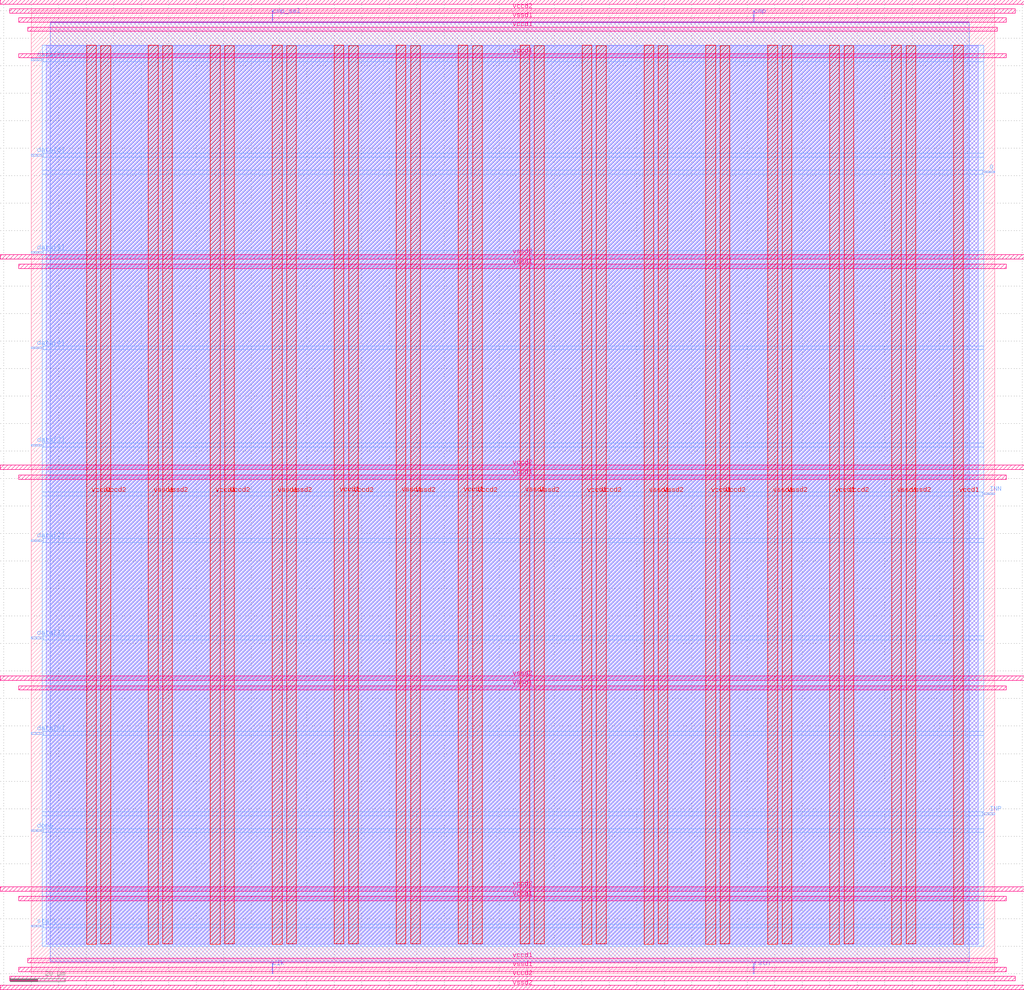
<source format=lef>
VERSION 5.7 ;
  NOWIREEXTENSIONATPIN ON ;
  DIVIDERCHAR "/" ;
  BUSBITCHARS "[]" ;
MACRO ACMP_SAR
  CLASS BLOCK ;
  FOREIGN ACMP_SAR ;
  ORIGIN 0.000 0.000 ;
  SIZE 350.000 BY 350.000 ;
  PIN INN
    DIRECTION INPUT ;
    USE SIGNAL ;
    PORT
      LAYER met3 ;
        RECT 346.000 174.120 350.000 174.720 ;
    END
  END INN
  PIN INP
    DIRECTION INPUT ;
    USE SIGNAL ;
    PORT
      LAYER met3 ;
        RECT 346.000 57.840 350.000 58.440 ;
    END
  END INP
  PIN Q
    DIRECTION OUTPUT TRISTATE ;
    USE SIGNAL ;
    PORT
      LAYER met3 ;
        RECT 346.000 291.080 350.000 291.680 ;
    END
  END Q
  PIN clk
    DIRECTION INPUT ;
    USE SIGNAL ;
    PORT
      LAYER met2 ;
        RECT 87.490 0.000 87.770 4.000 ;
    END
  END clk
  PIN cmp
    DIRECTION INPUT ;
    USE SIGNAL ;
    PORT
      LAYER met2 ;
        RECT 262.290 346.000 262.570 350.000 ;
    END
  END cmp
  PIN cmp_sel
    DIRECTION INPUT ;
    USE SIGNAL ;
    PORT
      LAYER met2 ;
        RECT 87.490 346.000 87.770 350.000 ;
    END
  END cmp_sel
  PIN data[0]
    DIRECTION OUTPUT TRISTATE ;
    USE SIGNAL ;
    PORT
      LAYER met3 ;
        RECT 0.000 87.080 4.000 87.680 ;
    END
  END data[0]
  PIN data[1]
    DIRECTION OUTPUT TRISTATE ;
    USE SIGNAL ;
    PORT
      LAYER met3 ;
        RECT 0.000 121.760 4.000 122.360 ;
    END
  END data[1]
  PIN data[2]
    DIRECTION OUTPUT TRISTATE ;
    USE SIGNAL ;
    PORT
      LAYER met3 ;
        RECT 0.000 157.120 4.000 157.720 ;
    END
  END data[2]
  PIN data[3]
    DIRECTION OUTPUT TRISTATE ;
    USE SIGNAL ;
    PORT
      LAYER met3 ;
        RECT 0.000 191.800 4.000 192.400 ;
    END
  END data[3]
  PIN data[4]
    DIRECTION OUTPUT TRISTATE ;
    USE SIGNAL ;
    PORT
      LAYER met3 ;
        RECT 0.000 227.160 4.000 227.760 ;
    END
  END data[4]
  PIN data[5]
    DIRECTION OUTPUT TRISTATE ;
    USE SIGNAL ;
    PORT
      LAYER met3 ;
        RECT 0.000 261.840 4.000 262.440 ;
    END
  END data[5]
  PIN data[6]
    DIRECTION OUTPUT TRISTATE ;
    USE SIGNAL ;
    PORT
      LAYER met3 ;
        RECT 0.000 297.200 4.000 297.800 ;
    END
  END data[6]
  PIN data[7]
    DIRECTION OUTPUT TRISTATE ;
    USE SIGNAL ;
    PORT
      LAYER met3 ;
        RECT 0.000 331.880 4.000 332.480 ;
    END
  END data[7]
  PIN done
    DIRECTION OUTPUT TRISTATE ;
    USE SIGNAL ;
    PORT
      LAYER met3 ;
        RECT 0.000 51.720 4.000 52.320 ;
    END
  END done
  PIN rstn
    DIRECTION INPUT ;
    USE SIGNAL ;
    PORT
      LAYER met2 ;
        RECT 262.290 0.000 262.570 4.000 ;
    END
  END rstn
  PIN start
    DIRECTION INPUT ;
    USE SIGNAL ;
    PORT
      LAYER met3 ;
        RECT 0.000 17.040 4.000 17.640 ;
    END
  END start
  PIN vccd1
    DIRECTION INOUT ;
    USE POWER ;
    PORT
      LAYER met4 ;
        RECT 335.090 10.640 338.590 337.520 ;
    END
  END vccd1
  PIN vccd1
    DIRECTION INOUT ;
    USE POWER ;
    PORT
      LAYER met4 ;
        RECT 290.090 10.640 293.590 337.520 ;
    END
  END vccd1
  PIN vccd1
    DIRECTION INOUT ;
    USE POWER ;
    PORT
      LAYER met4 ;
        RECT 245.090 10.640 248.590 337.520 ;
    END
  END vccd1
  PIN vccd1
    DIRECTION INOUT ;
    USE POWER ;
    PORT
      LAYER met4 ;
        RECT 200.090 10.640 203.590 337.520 ;
    END
  END vccd1
  PIN vccd1
    DIRECTION INOUT ;
    USE POWER ;
    PORT
      LAYER met4 ;
        RECT 155.090 10.880 158.590 337.520 ;
    END
  END vccd1
  PIN vccd1
    DIRECTION INOUT ;
    USE POWER ;
    PORT
      LAYER met4 ;
        RECT 110.090 10.880 113.590 337.520 ;
    END
  END vccd1
  PIN vccd1
    DIRECTION INOUT ;
    USE POWER ;
    PORT
      LAYER met4 ;
        RECT 65.090 10.640 68.590 337.520 ;
    END
  END vccd1
  PIN vccd1
    DIRECTION INOUT ;
    USE POWER ;
    PORT
      LAYER met4 ;
        RECT 20.090 10.640 23.590 337.520 ;
    END
  END vccd1
  PIN vccd1
    DIRECTION INOUT ;
    USE POWER ;
    PORT
      LAYER met5 ;
        RECT -1.280 342.480 350.880 344.080 ;
    END
  END vccd1
  PIN vccd1
    DIRECTION INOUT ;
    USE POWER ;
    PORT
      LAYER met5 ;
        RECT -4.580 332.850 354.180 334.450 ;
    END
  END vccd1
  PIN vccd1
    DIRECTION INOUT ;
    USE POWER ;
    PORT
      LAYER met5 ;
        RECT -4.580 179.670 354.180 181.270 ;
    END
  END vccd1
  PIN vccd1
    DIRECTION INOUT ;
    USE POWER ;
    PORT
      LAYER met5 ;
        RECT -4.580 26.490 354.180 28.090 ;
    END
  END vccd1
  PIN vccd1
    DIRECTION INOUT ;
    USE POWER ;
    PORT
      LAYER met5 ;
        RECT -1.280 4.080 350.880 5.680 ;
    END
  END vccd1
  PIN vssd1
    DIRECTION INOUT ;
    USE GROUND ;
    PORT
      LAYER met4 ;
        RECT 312.590 10.640 316.090 337.520 ;
    END
  END vssd1
  PIN vssd1
    DIRECTION INOUT ;
    USE GROUND ;
    PORT
      LAYER met4 ;
        RECT 267.590 10.640 271.090 337.520 ;
    END
  END vssd1
  PIN vssd1
    DIRECTION INOUT ;
    USE GROUND ;
    PORT
      LAYER met4 ;
        RECT 222.590 10.640 226.090 337.520 ;
    END
  END vssd1
  PIN vssd1
    DIRECTION INOUT ;
    USE GROUND ;
    PORT
      LAYER met4 ;
        RECT 177.590 10.880 181.090 337.520 ;
    END
  END vssd1
  PIN vssd1
    DIRECTION INOUT ;
    USE GROUND ;
    PORT
      LAYER met4 ;
        RECT 132.590 10.880 136.090 337.520 ;
    END
  END vssd1
  PIN vssd1
    DIRECTION INOUT ;
    USE GROUND ;
    PORT
      LAYER met4 ;
        RECT 87.590 10.640 91.090 337.520 ;
    END
  END vssd1
  PIN vssd1
    DIRECTION INOUT ;
    USE GROUND ;
    PORT
      LAYER met4 ;
        RECT 42.590 10.640 46.090 337.520 ;
    END
  END vssd1
  PIN vssd1
    DIRECTION INOUT ;
    USE GROUND ;
    PORT
      LAYER met5 ;
        RECT -4.580 345.780 354.180 347.380 ;
    END
  END vssd1
  PIN vssd1
    DIRECTION INOUT ;
    USE GROUND ;
    PORT
      LAYER met5 ;
        RECT -4.580 256.260 354.180 257.860 ;
    END
  END vssd1
  PIN vssd1
    DIRECTION INOUT ;
    USE GROUND ;
    PORT
      LAYER met5 ;
        RECT -4.580 103.080 354.180 104.680 ;
    END
  END vssd1
  PIN vssd1
    DIRECTION INOUT ;
    USE GROUND ;
    PORT
      LAYER met5 ;
        RECT -4.580 0.780 354.180 2.380 ;
    END
  END vssd1
  PIN vccd2
    DIRECTION INOUT ;
    USE POWER ;
    PORT
      LAYER met4 ;
        RECT 295.290 10.880 298.790 337.280 ;
    END
  END vccd2
  PIN vccd2
    DIRECTION INOUT ;
    USE POWER ;
    PORT
      LAYER met4 ;
        RECT 250.290 10.880 253.790 337.280 ;
    END
  END vccd2
  PIN vccd2
    DIRECTION INOUT ;
    USE POWER ;
    PORT
      LAYER met4 ;
        RECT 205.290 10.880 208.790 337.280 ;
    END
  END vccd2
  PIN vccd2
    DIRECTION INOUT ;
    USE POWER ;
    PORT
      LAYER met4 ;
        RECT 160.290 10.880 163.790 337.280 ;
    END
  END vccd2
  PIN vccd2
    DIRECTION INOUT ;
    USE POWER ;
    PORT
      LAYER met4 ;
        RECT 115.290 10.880 118.790 337.280 ;
    END
  END vccd2
  PIN vccd2
    DIRECTION INOUT ;
    USE POWER ;
    PORT
      LAYER met4 ;
        RECT 70.290 10.880 73.790 337.280 ;
    END
  END vccd2
  PIN vccd2
    DIRECTION INOUT ;
    USE POWER ;
    PORT
      LAYER met4 ;
        RECT 25.290 10.880 28.790 337.280 ;
    END
  END vccd2
  PIN vccd2
    DIRECTION INOUT ;
    USE POWER ;
    PORT
      LAYER met5 ;
        RECT -7.880 349.080 357.480 350.680 ;
    END
  END vccd2
  PIN vccd2
    DIRECTION INOUT ;
    USE POWER ;
    PORT
      LAYER met5 ;
        RECT -11.180 183.210 360.780 184.810 ;
    END
  END vccd2
  PIN vccd2
    DIRECTION INOUT ;
    USE POWER ;
    PORT
      LAYER met5 ;
        RECT -11.180 30.030 360.780 31.630 ;
    END
  END vccd2
  PIN vccd2
    DIRECTION INOUT ;
    USE POWER ;
    PORT
      LAYER met5 ;
        RECT -7.880 -2.520 357.480 -0.920 ;
    END
  END vccd2
  PIN vssd2
    DIRECTION INOUT ;
    USE GROUND ;
    PORT
      LAYER met4 ;
        RECT 317.790 10.880 321.290 337.280 ;
    END
  END vssd2
  PIN vssd2
    DIRECTION INOUT ;
    USE GROUND ;
    PORT
      LAYER met4 ;
        RECT 272.790 10.880 276.290 337.280 ;
    END
  END vssd2
  PIN vssd2
    DIRECTION INOUT ;
    USE GROUND ;
    PORT
      LAYER met4 ;
        RECT 227.790 10.880 231.290 337.280 ;
    END
  END vssd2
  PIN vssd2
    DIRECTION INOUT ;
    USE GROUND ;
    PORT
      LAYER met4 ;
        RECT 182.790 10.880 186.290 337.280 ;
    END
  END vssd2
  PIN vssd2
    DIRECTION INOUT ;
    USE GROUND ;
    PORT
      LAYER met4 ;
        RECT 137.790 10.880 141.290 337.280 ;
    END
  END vssd2
  PIN vssd2
    DIRECTION INOUT ;
    USE GROUND ;
    PORT
      LAYER met4 ;
        RECT 92.790 10.880 96.290 337.280 ;
    END
  END vssd2
  PIN vssd2
    DIRECTION INOUT ;
    USE GROUND ;
    PORT
      LAYER met4 ;
        RECT 47.790 10.880 51.290 337.280 ;
    END
  END vssd2
  PIN vssd2
    DIRECTION INOUT ;
    USE GROUND ;
    PORT
      LAYER met5 ;
        RECT -11.180 352.380 360.780 353.980 ;
    END
  END vssd2
  PIN vssd2
    DIRECTION INOUT ;
    USE GROUND ;
    PORT
      LAYER met5 ;
        RECT -11.180 259.800 360.780 261.400 ;
    END
  END vssd2
  PIN vssd2
    DIRECTION INOUT ;
    USE GROUND ;
    PORT
      LAYER met5 ;
        RECT -11.180 106.620 360.780 108.220 ;
    END
  END vssd2
  PIN vssd2
    DIRECTION INOUT ;
    USE GROUND ;
    PORT
      LAYER met5 ;
        RECT -11.180 -5.820 360.780 -4.220 ;
    END
  END vssd2
  OBS
      LAYER li1 ;
        RECT 5.520 10.795 344.080 337.365 ;
      LAYER met1 ;
        RECT 5.520 10.640 344.080 337.520 ;
      LAYER met2 ;
        RECT 6.990 345.720 87.210 346.000 ;
        RECT 88.050 345.720 262.010 346.000 ;
        RECT 262.850 345.720 340.770 346.000 ;
        RECT 6.990 4.280 340.770 345.720 ;
        RECT 6.990 4.000 87.210 4.280 ;
        RECT 88.050 4.000 262.010 4.280 ;
        RECT 262.850 4.000 340.770 4.280 ;
      LAYER met3 ;
        RECT 4.000 332.880 346.000 337.445 ;
        RECT 4.400 331.480 346.000 332.880 ;
        RECT 4.000 298.200 346.000 331.480 ;
        RECT 4.400 296.800 346.000 298.200 ;
        RECT 4.000 292.080 346.000 296.800 ;
        RECT 4.000 290.680 345.600 292.080 ;
        RECT 4.000 262.840 346.000 290.680 ;
        RECT 4.400 261.440 346.000 262.840 ;
        RECT 4.000 228.160 346.000 261.440 ;
        RECT 4.400 226.760 346.000 228.160 ;
        RECT 4.000 192.800 346.000 226.760 ;
        RECT 4.400 191.400 346.000 192.800 ;
        RECT 4.000 175.120 346.000 191.400 ;
        RECT 4.000 173.720 345.600 175.120 ;
        RECT 4.000 158.120 346.000 173.720 ;
        RECT 4.400 156.720 346.000 158.120 ;
        RECT 4.000 122.760 346.000 156.720 ;
        RECT 4.400 121.360 346.000 122.760 ;
        RECT 4.000 88.080 346.000 121.360 ;
        RECT 4.400 86.680 346.000 88.080 ;
        RECT 4.000 58.840 346.000 86.680 ;
        RECT 4.000 57.440 345.600 58.840 ;
        RECT 4.000 52.720 346.000 57.440 ;
        RECT 4.400 51.320 346.000 52.720 ;
        RECT 4.000 18.040 346.000 51.320 ;
        RECT 4.400 16.640 346.000 18.040 ;
        RECT 4.000 10.000 346.000 16.640 ;
  END
END ACMP_SAR
END LIBRARY


</source>
